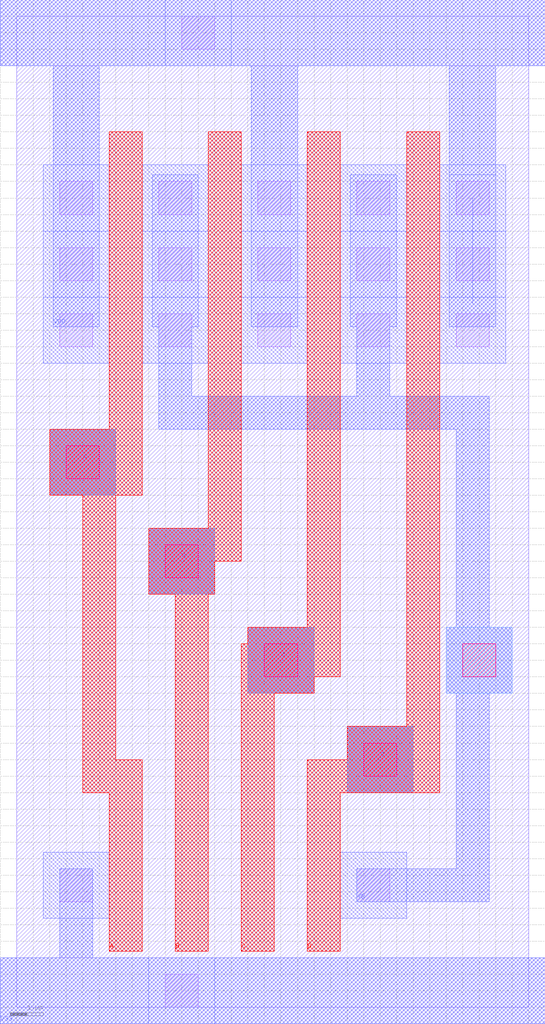
<source format=lef>
VERSION 5.3 ;

NAMESCASESENSITIVE ON ;

UNITS
  DATABASE MICRONS 1000 ;
END UNITS











MACRO na41LEF
  CLASS BLOCK ;
  PIN A
    DIRECTION INPUT ;
    PORT
      LAYER POL ;
        POLYGON 1.000 17.500  1.000 15.500  2.000 15.500  2.000 6.500  2.800 
        6.500  2.800 1.700  3.800 1.700  3.800 7.500  3.000 7.500  3.000 
        15.500  3.800 15.500  3.800 26.500  2.800 26.500  2.800 17.500  1.000 
        17.500  ;
    END
    PORT
      LAYER ML1 ;
        POLYGON 1.000 15.500  1.000 17.500  3.000 17.500  3.000 15.500  1.000 
        15.500  ;
    END
  END A
  PIN B
    DIRECTION INPUT ;
    PORT
      LAYER POL ;
        POLYGON 4.000 14.500  4.000 12.500  4.800 12.500  4.800 1.700  5.800 
        1.700  5.800 12.500  6.000 12.500  6.000 13.500  6.800 13.500  6.800 
        26.500  5.800 26.500  5.800 14.500  4.000 14.500  ;
    END
    PORT
      LAYER ML1 ;
        POLYGON 4.000 12.500  4.000 14.500  6.000 14.500  6.000 12.500  4.000 
        12.500  ;
    END
  END B
  PIN C
    DIRECTION INPUT ;
    PORT
      LAYER POL ;
        POLYGON 6.800 11.000  6.800 1.700  7.800 1.700  7.800 9.500  9.000 
        9.500  9.000 10.000  9.800 10.000  9.800 26.500  8.800 26.500  8.800 
        11.500  7.000 11.500  7.000 11.000  6.800 11.000  ;
    END
    PORT
      LAYER ML1 ;
        POLYGON 7.000 9.500  7.000 11.500  9.000 11.500  9.000 9.500  7.000 
        9.500  ;
    END
  END C
  PIN D
    DIRECTION INPUT ;
    PORT
      LAYER POL ;
        POLYGON 8.800 7.500  8.800 1.700  9.800 1.700  9.800 6.500  12.800 
        6.500  12.800 26.500  11.800 26.500  11.800 8.500  10.000 8.500  
        10.000 7.500  8.800 7.500  ;
    END
    PORT
      LAYER ML1 ;
        POLYGON 10.000 6.500  10.000 8.500  12.000 8.500  12.000 6.500  10.000 
        6.500  ;
    END
  END D
  PIN VDD
    DIRECTION INOUT ;
    PORT
      LAYER ML1 ;
        POLYGON -0.500 30.500  -0.500 28.500  1.100 28.500  1.100 20.600  
        2.500 20.600  2.500 28.500  7.100 28.500  7.100 20.600  8.500 20.600  
        8.500 28.500  13.100 28.500  13.100 20.600  14.500 20.600  14.500 
        28.500  16.000 28.500  16.000 30.500  -0.500 30.500  ;
    END
  END VDD
  PIN VSS
    DIRECTION INOUT ;
    PORT
      LAYER ML1 ;
        POLYGON -0.500 1.500  -0.500 -0.500  16.000 -0.500  16.000 1.500  
        2.300 1.500  2.300 4.200  1.300 4.200  1.300 1.500  -0.500 1.500  ;
    END
  END VSS
  PIN YB
    DIRECTION OUTPUT ;
    PORT
      LAYER ML1 ;
        POLYGON 10.300 4.200  10.300 3.200  14.300 3.200  14.300 9.500  15.000 
        9.500  15.000 11.500  14.300 11.500  14.300 18.500  11.300 18.500  
        11.300 20.600  11.500 20.600  11.500 25.200  10.100 25.200  10.100 
        20.600  10.300 20.600  10.300 18.500  5.300 18.500  5.300 20.600  
        5.500 20.600  5.500 25.200  4.100 25.200  4.100 20.600  4.300 20.600  
        4.300 17.500  13.300 17.500  13.300 11.500  13.000 11.500  13.000 
        9.500  13.300 9.500  13.300 4.200  10.300 4.200  ;
    END
  END YB
  OBS
    LAYER CNT ;
      POLYGON 10.300 22.000  10.300 23.000  11.300 23.000  11.300 22.000  
      10.300 22.000  ;
      POLYGON 10.300 24.000  10.300 25.000  11.300 25.000  11.300 24.000  
      10.300 24.000  ;
      POLYGON 13.300 24.000  13.300 25.000  14.300 25.000  14.300 24.000  
      13.300 24.000  ;
      POLYGON 13.300 22.000  13.300 23.000  14.300 23.000  14.300 22.000  
      13.300 22.000  ;
      POLYGON 13.300 20.000  13.300 21.000  14.300 21.000  14.300 20.000  
      13.300 20.000  ;
      POLYGON 10.500 7.000  10.500 8.000  11.500 8.000  11.500 7.000  10.500 
      7.000  ;
      POLYGON 7.500 10.000  7.500 11.000  8.500 11.000  8.500 10.000  7.500 
      10.000  ;
      POLYGON 5.000 29.000  5.000 30.000  6.000 30.000  6.000 29.000  5.000 
      29.000  ;
      POLYGON 4.500 13.000  4.500 14.000  5.500 14.000  5.500 13.000  4.500 
      13.000  ;
      POLYGON 1.500 16.000  1.500 17.000  2.500 17.000  2.500 16.000  1.500 
      16.000  ;
      POLYGON 4.500 0.000  4.500 1.000  5.500 1.000  5.500 0.000  4.500 0.000  ;
      
      POLYGON 10.300 20.000  10.300 21.000  11.300 21.000  11.300 20.000  
      10.300 20.000  ;
      POLYGON 10.300 3.200  10.300 4.200  11.300 4.200  11.300 3.200  10.300 
      3.200  ;
      POLYGON 7.300 20.000  7.300 21.000  8.300 21.000  8.300 20.000  7.300 
      20.000  ;
      POLYGON 7.300 22.000  7.300 23.000  8.300 23.000  8.300 22.000  7.300 
      22.000  ;
      POLYGON 7.300 24.000  7.300 25.000  8.300 25.000  8.300 24.000  7.300 
      24.000  ;
      POLYGON 4.300 24.000  4.300 25.000  5.300 25.000  5.300 24.000  4.300 
      24.000  ;
      POLYGON 4.300 20.000  4.300 21.000  5.300 21.000  5.300 20.000  4.300 
      20.000  ;
      POLYGON 4.300 22.000  4.300 23.000  5.300 23.000  5.300 22.000  4.300 
      22.000  ;
      POLYGON 1.300 24.000  1.300 25.000  2.300 25.000  2.300 24.000  1.300 
      24.000  ;
      POLYGON 1.300 3.200  1.300 4.200  2.300 4.200  2.300 3.200  1.300 3.200  ;
      
      POLYGON 1.300 20.000  1.300 21.000  2.300 21.000  2.300 20.000  1.300 
      20.000  ;
      POLYGON 1.300 22.000  1.300 23.000  2.300 23.000  2.300 22.000  1.300 
      22.000  ;
    LAYER FRAME ;
      RECT -0.500 28.500  16.000 30.500  ;
      RECT -0.500 -0.500  16.000 1.500  ;
      POLYGON 0.000 0.000  15.500 0.000  15.500 30.000  0.000 30.000  0.000 
      0.000  ;
    LAYER ML1 ;
      WIDTH 1.400  ;
      PATH 13.800 21.300 13.800 24.500  ;
      POLYGON 1.000 15.500  1.000 17.500  3.000 17.500  3.000 15.500  1.000 
      15.500  ;
      POLYGON 4.000 12.500  4.000 14.500  6.000 14.500  6.000 12.500  4.000 
      12.500  ;
      RECT 4.000 -0.500  6.000 1.500  ;
      POLYGON 7.000 9.500  7.000 11.500  9.000 11.500  9.000 9.500  7.000 
      9.500  ;
      POLYGON 10.000 6.500  10.000 8.500  12.000 8.500  12.000 6.500  10.000 
      6.500  ;
      RECT 1.000 15.500  3.000 17.500  ;
      RECT 4.000 12.500  6.000 14.500  ;
      RECT 4.500 28.500  6.500 30.500  ;
      RECT 7.000 9.500  9.000 11.500  ;
      RECT 10.000 6.500  12.000 8.500  ;
      RECT 12.800 19.500  14.800 21.500  ;
      RECT 12.800 21.500  14.800 23.500  ;
      RECT 12.800 23.500  14.800 25.500  ;
      RECT 9.800 23.500  11.800 25.500  ;
      RECT 9.800 21.500  11.800 23.500  ;
      RECT 9.800 19.500  11.800 21.500  ;
      RECT 9.800 2.700  11.800 4.700  ;
      RECT 6.800 19.500  8.800 21.500  ;
      RECT 6.800 21.500  8.800 23.500  ;
      RECT 6.800 23.500  8.800 25.500  ;
      RECT 3.800 23.500  5.800 25.500  ;
      RECT 3.800 19.500  5.800 21.500  ;
      RECT 3.800 21.500  5.800 23.500  ;
      RECT 0.800 23.500  2.800 25.500  ;
      RECT 0.800 2.700  2.800 4.700  ;
      RECT 0.800 19.500  2.800 21.500  ;
      RECT 0.800 21.500  2.800 23.500  ;
      POLYGON -0.500 30.500  -0.500 28.500  1.100 28.500  1.100 20.600  2.500 
      20.600  2.500 28.500  7.100 28.500  7.100 20.600  8.500 20.600  8.500 
      28.500  13.100 28.500  13.100 20.600  14.500 20.600  14.500 28.500  
      16.000 28.500  16.000 30.500  -0.500 30.500  ;
      POLYGON -0.500 1.500  -0.500 -0.500  16.000 -0.500  16.000 1.500  2.300 
      1.500  2.300 4.200  1.300 4.200  1.300 1.500  -0.500 1.500  ;
      POLYGON 10.300 4.200  10.300 3.200  14.300 3.200  14.300 9.500  15.000 
      9.500  15.000 11.500  14.300 11.500  14.300 18.500  11.300 18.500  
      11.300 20.600  11.500 20.600  11.500 25.200  10.100 25.200  10.100 
      20.600  10.300 20.600  10.300 18.500  5.300 18.500  5.300 20.600  5.500 
      20.600  5.500 25.200  4.100 25.200  4.100 20.600  4.300 20.600  4.300 
      17.500  13.300 17.500  13.300 11.500  13.000 11.500  13.000 9.500  
      13.300 9.500  13.300 4.200  10.300 4.200  ;
    LAYER ML2 ;
      POLYGON 4.000 14.500  4.000 12.500  6.000 12.500  6.000 14.500  4.000 
      14.500  ;
      POLYGON 13.000 11.500  13.000 9.500  15.000 9.500  15.000 11.500  13.000 
      11.500  ;
      POLYGON 10.000 6.500  10.000 8.500  12.000 8.500  12.000 6.500  10.000 
      6.500  ;
      POLYGON 7.000 9.500  7.000 11.500  9.000 11.500  9.000 9.500  7.000 
      9.500  ;
      POLYGON 1.000 15.500  1.000 17.500  3.000 17.500  3.000 15.500  1.000 
      15.500  ;
    LAYER POL ;
      POLYGON 8.800 7.500  8.800 1.700  9.800 1.700  9.800 6.500  12.800 6.500 
       12.800 26.500  11.800 26.500  11.800 8.500  10.000 8.500  10.000 7.500  
      8.800 7.500  ;
      POLYGON 6.800 11.000  6.800 1.700  7.800 1.700  7.800 9.500  9.000 9.500 
       9.000 10.000  9.800 10.000  9.800 26.500  8.800 26.500  8.800 11.500  
      7.000 11.500  7.000 11.000  6.800 11.000  ;
      POLYGON 4.000 14.500  4.000 12.500  4.800 12.500  4.800 1.700  5.800 
      1.700  5.800 12.500  6.000 12.500  6.000 13.500  6.800 13.500  6.800 
      26.500  5.800 26.500  5.800 14.500  4.000 14.500  ;
      POLYGON 1.000 17.500  1.000 15.500  2.000 15.500  2.000 6.500  2.800 
      6.500  2.800 1.700  3.800 1.700  3.800 7.500  3.000 7.500  3.000 15.500  
      3.800 15.500  3.800 26.500  2.800 26.500  2.800 17.500  1.000 17.500  ;
    LAYER VIA1 ;
      POLYGON 10.500 7.000  10.500 8.000  11.500 8.000  11.500 7.000  10.500 
      7.000  ;
      POLYGON 7.500 10.000  7.500 11.000  8.500 11.000  8.500 10.000  7.500 
      10.000  ;
      POLYGON 4.500 13.000  4.500 14.000  5.500 14.000  5.500 13.000  4.500 
      13.000  ;
      POLYGON 13.500 10.000  13.500 11.000  14.500 11.000  14.500 10.000  
      13.500 10.000  ;
      POLYGON 1.500 16.000  1.500 17.000  2.500 17.000  2.500 16.000  1.500 
      16.000  ;
  END
END na41LEF


END LIBRARY

</source>
